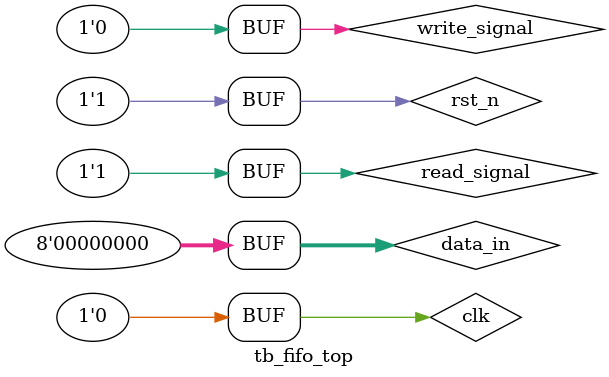
<source format=v>
`timescale 1ns/1ns
module tb_fifo_top;
reg write_signal,read_signal,clk,rst_n;
reg [7:0] data_in;//申明输入信号
wire [7:0] data_out;//申明输出信号
fifo_top U1(.write_signal(write_signal),.read_signal(read_signal),.clk(clk),.rst_n(rst_n),.data_in(data_in),.data_out(data_out));//调用模块实例化
initial 
	begin
	$display("start a clock pulse");
    	$dumpfile("tb_fifo_top.vcd");
    	$dumpvars(0,tb_fifo_top);
	end
initial begin
	clk=0;rst_n=1;data_in=0;
	write_signal=1;read_signal=0;
	#5 rst_n=0;
	#1 rst_n=1;
	#155 write_signal=0;
		 read_signal=1;
end	
initial begin
	repeat(40)
	#10clk=!clk;
end
initial begin
	repeat(7)
	#20 data_in=data_in+1;
end
endmodule

</source>
